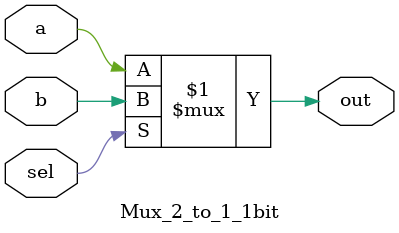
<source format=v>
module Mux_2_to_1_1bit
(
    input sel,
    input a,
    input b,
    output out
);
    assign out = (sel) ? b : a ;
endmodule
</source>
